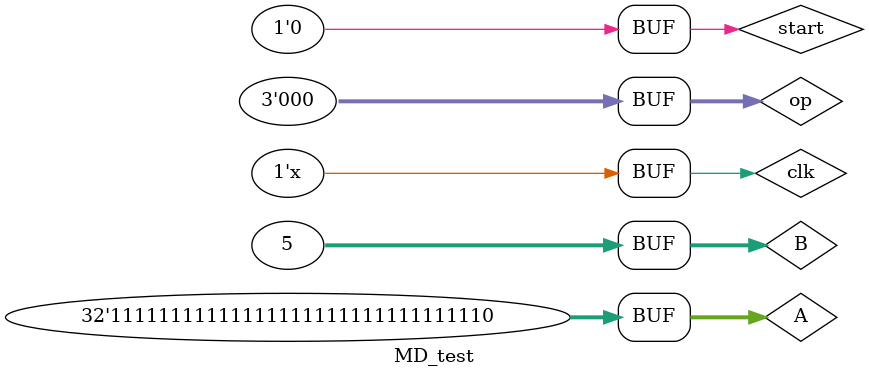
<source format=v>
`timescale 1ns / 1ps


module MD_test;

	// Inputs
	reg [31:0] A;
	reg [31:0] B;
	reg clk;
	reg [2:0] op;
	reg start;

	// Outputs
	wire [31:0] out;
	wire busy;

	// Instantiate the Unit Under Test (UUT)
	MultDiv uut (
		.A(A), 
		.B(B), 
		.clk(clk), 
		.op(op), 
		.out(out), 
		.busy(busy), 
		.start(start)
	);

	initial begin
		// Initialize Inputs
		A = -2;
		B = 5;
		clk = 0;
		op = 3'b000;
		start = 0;
		#10
		start = 1;
		#20
		start = 0;

		
	end
	
	always #10 clk=~clk;
      
endmodule


</source>
